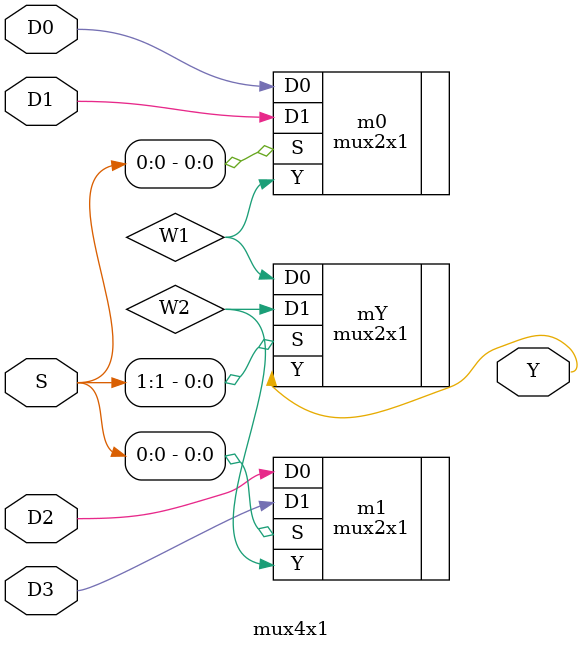
<source format=v>
module mux4x1(
    output Y,
    input wire [0:1] S,
    input D0,
    input D1,
    input D2,
    input D3

);

wire W1, W2;

mux2x1 m0 (.Y(W1),. S(S[0]), .D0(D0),. D1(D1));
mux2x1 m1(.Y(W2), .S(S[0]), .D0(D2), .D1(D3));
mux2x1 mY(.Y(Y), .S(S[1]), .D0(W1), .D1(W2));

endmodule
</source>
